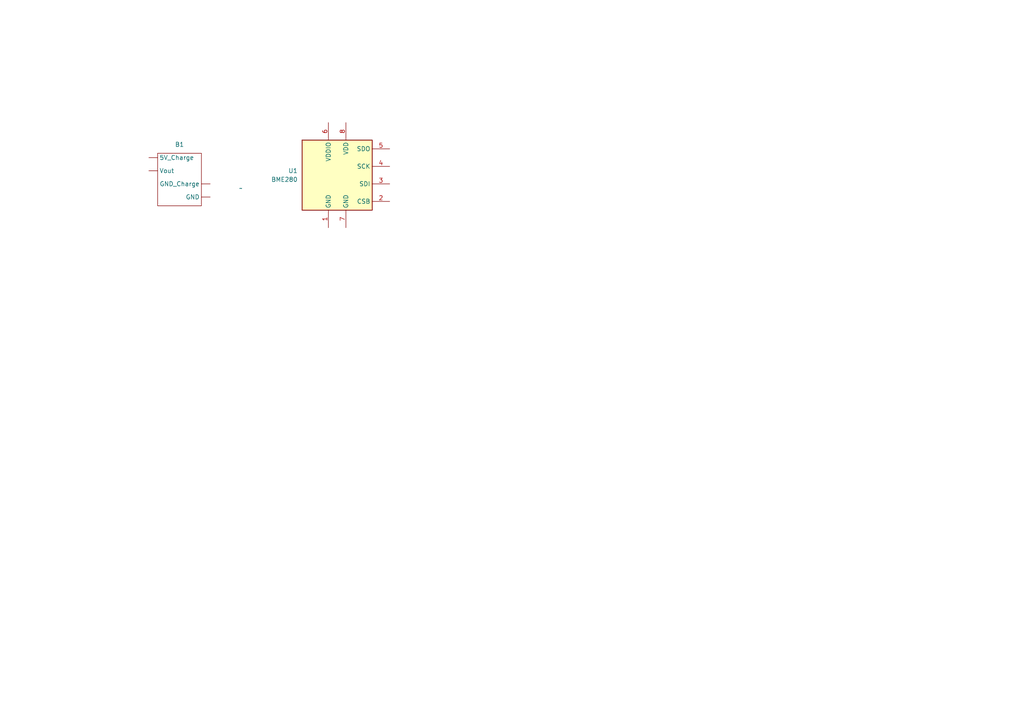
<source format=kicad_sch>
(kicad_sch (version 20230121) (generator eeschema)
  (paper "A4")
  (title_block (title "Radiosonde") (date "2023-09-11") (rev "1") (company "University of Cape Town"))
  (lib_symbols
    (symbol "Custom:18650_Bat_Holder_+_Charger_-_5V_Out"
      (property "Reference" "B" (at 0 6.35 0))
      (symbol "18650_Bat_Holder_+_Charger_-_5V_Out_0_1"
        (rectangle (start -6.35 3.81) (end 6.35 -11.43))
      )
      (symbol "18650_Bat_Holder_+_Charger_-_5V_Out_1_1"
        (pin input line (at -8.89 2.54 0) (length 2.54) (name "5V_Charge") (number ""))
        (pin output line (at 8.89 -8.89 180) (length 2.54) (name "GND") (number ""))
        (pin input line (at 8.89 -5.08 180) (length 2.54) (name "GND_Charge") (number ""))
        (pin output line (at -8.89 -1.27 0) (length 2.54) (name "Vout") (number ""))
      )
    )
    (symbol "Sensor:BME280"
      (property "Reference" "U" (at -8.89 11.43 0))
      (property "Value" "BME280" (at 7.62 11.43 0))
      (symbol "BME280_0_1"
        (rectangle (start -10.16 10.16) (end 10.16 -10.16) (stroke (width 0.254)) (fill (type background)))
      )
      (symbol "BME280_1_1"
        (pin power_in line (at -2.54 -15.24 90) (length 5.08) (name "GND") (number "1"))
        (pin input line (at 15.24 -7.62 180) (length 5.08) (name "CSB") (number "2"))
        (pin bidirectional line (at 15.24 -2.54 180) (length 5.08) (name "SDI") (number "3"))
        (pin input line (at 15.24 2.54 180) (length 5.08) (name "SCK") (number "4"))
        (pin bidirectional line (at 15.24 7.62 180) (length 5.08) (name "SDO") (number "5"))
        (pin power_in line (at -2.54 15.24 270) (length 5.08) (name "VDDIO") (number "6"))
        (pin power_in line (at 2.54 -15.24 90) (length 5.08) (name "GND") (number "7"))
        (pin power_in line (at 2.54 15.24 270) (length 5.08) (name "VDD") (number "8"))
      )
    )
  )
  (symbol (lib_id "Custom:18650_Bat_Holder_+_Charger_-_5V_Out") (at 52.07 48.26 0) (unit 1)
    (property "Reference" "B1" (at 52.07 41.91 0))
    (property "Value" "~" (at 69.85 54.61 0))
  )
  (symbol (lib_id "Sensor:BME280") (at 97.79 50.8 0) (unit 1)
    (property "Reference" "U1" (at 86.36 49.53 0) (effects (justify right)))
    (property "Value" "BME280" (at 86.36 52.07 0) (effects (justify right)))
    (property "Footprint" "Package_LGA:Bosch_LGA-8_2.5x2.5mm_P0.65mm_ClockwisePinNumbering" (effects hide))
    (property "Datasheet" "https://www.bosch-sensortec.com/media/boschsensortec/downloads/datasheets/bst-bme280-ds002.pdf" (effects hide))
  )
)
</source>
